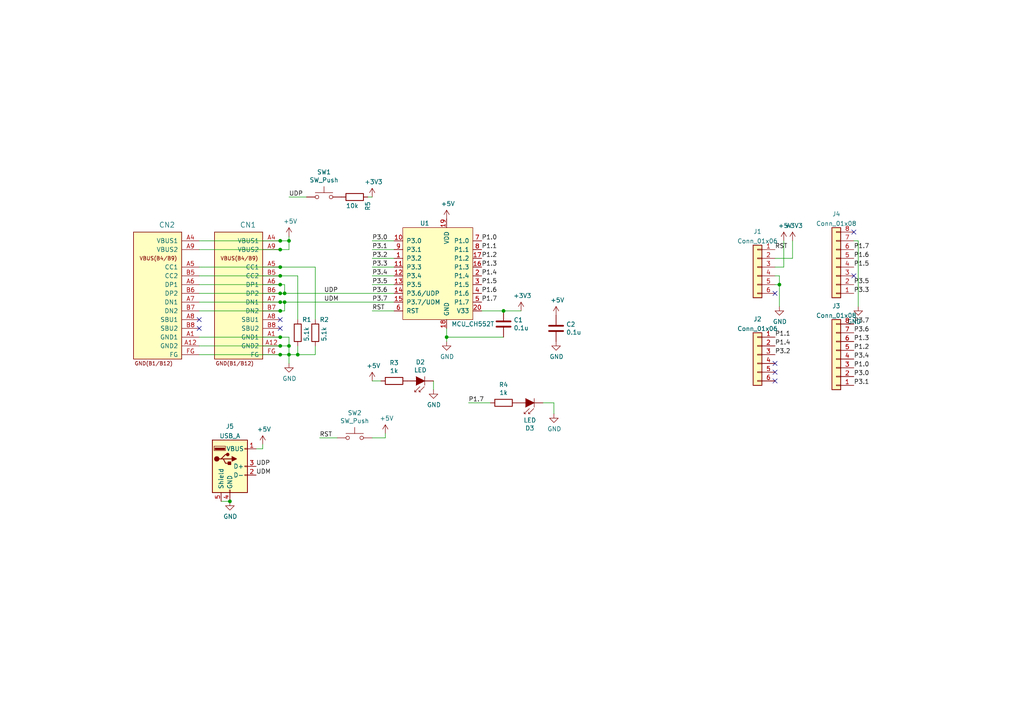
<source format=kicad_sch>
(kicad_sch (version 20211123) (generator eeschema)
  (paper "A4")
  (lib_symbols
    (symbol "Connector:USB_A" (pin_names (offset 1.016))
      (property "Reference" "J" (at -5.08 11.43 0))
      (property "Value" "USB_A" (at -5.08 8.89 0))
      (symbol "USB_A_0_1"
        (rectangle (start -5.08 -7.62) (end 5.08 7.62) (stroke (width 0.254)) (fill (type background)))
        (circle (center -3.81 2.159) (radius 0.635) (stroke (width 0.254)) (fill (type outline)))
        (rectangle (start -1.524 4.826) (end -4.318 5.334) (fill (type outline)))
        (rectangle (start -1.27 4.572) (end -4.572 5.842))
        (circle (center -0.635 3.429) (radius 0.381) (stroke (width 0.254)) (fill (type outline)))
        (rectangle (start -0.127 -7.62) (end 0.127 -6.858))
        (polyline (pts (xy -3.175 2.159) (xy -2.54 2.159) (xy -1.27 3.429) (xy -0.635 3.429)) (stroke (width 0.254)))
        (polyline (pts (xy -2.54 2.159) (xy -1.905 2.159) (xy -1.27 0.889) (xy 0 0.889)) (stroke (width 0.254)))
        (polyline (pts (xy 0.635 2.794) (xy 0.635 1.524) (xy 1.905 2.159) (xy 0.635 2.794)) (stroke (width 0.254)) (fill (type outline)))
        (rectangle (start 0.254 1.27) (end -0.508 0.508) (stroke (width 0.254)) (fill (type outline)))
        (rectangle (start 5.08 -2.667) (end 4.318 -2.413))
        (rectangle (start 5.08 -0.127) (end 4.318 0.127))
        (rectangle (start 5.08 4.953) (end 4.318 5.207))
      )
      (symbol "USB_A_1_1"
        (polyline (pts (xy -1.905 2.159) (xy 0.635 2.159)) (stroke (width 0.254)))
        (pin power_in line (at 7.62 5.08 180) (length 2.54) (name "VBUS") (number "1"))
        (pin bidirectional line (at 7.62 -2.54 180) (length 2.54) (name "D-") (number "2"))
        (pin bidirectional line (at 7.62 0 180) (length 2.54) (name "D+") (number "3"))
        (pin power_in line (at 0 -10.16 90) (length 2.54) (name "GND") (number "4"))
        (pin passive line (at -2.54 -10.16 90) (length 2.54) (name "Shield") (number "5"))
      )
    )
    (symbol "Connector_Generic:Conn_01x06" (pin_names (offset 1.016) hide)
      (property "Reference" "J" (at 0 7.62 0))
      (property "Value" "Conn_01x06" (at 0 -10.16 0))
      (symbol "Conn_01x06_1_1"
        (rectangle (start -1.27 -7.493) (end 0 -7.747) (stroke (width 0.1524)))
        (rectangle (start -1.27 -4.953) (end 0 -5.207) (stroke (width 0.1524)))
        (rectangle (start -1.27 -2.413) (end 0 -2.667) (stroke (width 0.1524)))
        (rectangle (start -1.27 0.127) (end 0 -0.127) (stroke (width 0.1524)))
        (rectangle (start -1.27 2.667) (end 0 2.413) (stroke (width 0.1524)))
        (rectangle (start -1.27 5.207) (end 0 4.953) (stroke (width 0.1524)))
        (rectangle (start -1.27 6.35) (end 1.27 -8.89) (stroke (width 0.254)) (fill (type background)))
        (pin passive line (at -5.08 5.08 0) (length 3.81) (name "Pin_1") (number "1"))
        (pin passive line (at -5.08 2.54 0) (length 3.81) (name "Pin_2") (number "2"))
        (pin passive line (at -5.08 0 0) (length 3.81) (name "Pin_3") (number "3"))
        (pin passive line (at -5.08 -2.54 0) (length 3.81) (name "Pin_4") (number "4"))
        (pin passive line (at -5.08 -5.08 0) (length 3.81) (name "Pin_5") (number "5"))
        (pin passive line (at -5.08 -7.62 0) (length 3.81) (name "Pin_6") (number "6"))
      )
    )
    (symbol "Connector_Generic:Conn_01x08" (pin_names (offset 1.016) hide)
      (property "Reference" "J" (at 0 10.16 0))
      (property "Value" "Conn_01x08" (at 0 -12.7 0))
      (symbol "Conn_01x08_1_1"
        (rectangle (start -1.27 -10.033) (end 0 -10.287) (stroke (width 0.1524)))
        (rectangle (start -1.27 -7.493) (end 0 -7.747) (stroke (width 0.1524)))
        (rectangle (start -1.27 -4.953) (end 0 -5.207) (stroke (width 0.1524)))
        (rectangle (start -1.27 -2.413) (end 0 -2.667) (stroke (width 0.1524)))
        (rectangle (start -1.27 0.127) (end 0 -0.127) (stroke (width 0.1524)))
        (rectangle (start -1.27 2.667) (end 0 2.413) (stroke (width 0.1524)))
        (rectangle (start -1.27 5.207) (end 0 4.953) (stroke (width 0.1524)))
        (rectangle (start -1.27 7.747) (end 0 7.493) (stroke (width 0.1524)))
        (rectangle (start -1.27 8.89) (end 1.27 -11.43) (stroke (width 0.254)) (fill (type background)))
        (pin passive line (at -5.08 7.62 0) (length 3.81) (name "Pin_1") (number "1"))
        (pin passive line (at -5.08 5.08 0) (length 3.81) (name "Pin_2") (number "2"))
        (pin passive line (at -5.08 2.54 0) (length 3.81) (name "Pin_3") (number "3"))
        (pin passive line (at -5.08 0 0) (length 3.81) (name "Pin_4") (number "4"))
        (pin passive line (at -5.08 -2.54 0) (length 3.81) (name "Pin_5") (number "5"))
        (pin passive line (at -5.08 -5.08 0) (length 3.81) (name "Pin_6") (number "6"))
        (pin passive line (at -5.08 -7.62 0) (length 3.81) (name "Pin_7") (number "7"))
        (pin passive line (at -5.08 -10.16 0) (length 3.81) (name "Pin_8") (number "8"))
      )
    )
    (symbol "Device:C" (pin_numbers hide) (pin_names (offset 0.254))
      (property "Reference" "C" (at 0.635 2.54 0))
      (property "Value" "C" (at 0.635 -2.54 0))
      (symbol "C_0_1"
        (polyline (pts (xy -2.032 -0.762) (xy 2.032 -0.762)) (stroke (width 0.508)))
        (polyline (pts (xy -2.032 0.762) (xy 2.032 0.762)) (stroke (width 0.508)))
      )
      (symbol "C_1_1"
        (pin passive line (at 0 3.81 270) (length 2.794) (name "~") (number "1"))
        (pin passive line (at 0 -3.81 90) (length 2.794) (name "~") (number "2"))
      )
    )
    (symbol "Device:R" (pin_numbers hide) (pin_names (offset 0))
      (property "Reference" "R" (at 2.032 0 90))
      (property "Value" "R" (at 0 0 90))
      (symbol "R_0_1"
        (rectangle (start -1.016 -2.54) (end 1.016 2.54) (stroke (width 0.254)))
      )
      (symbol "R_1_1"
        (pin passive line (at 0 3.81 270) (length 1.27) (name "~") (number "1"))
        (pin passive line (at 0 -3.81 90) (length 1.27) (name "~") (number "2"))
      )
    )
    (symbol "Switch:SW_Push" (pin_numbers hide) (pin_names (offset 1.016) hide)
      (property "Reference" "SW" (at 1.27 2.54 0))
      (property "Value" "SW_Push" (at 0 -1.524 0))
      (symbol "SW_Push_0_1"
        (circle (center -2.032 0) (radius 0.508))
        (polyline (pts (xy 0 1.27) (xy 0 3.048)))
        (polyline (pts (xy 2.54 1.27) (xy -2.54 1.27)))
        (circle (center 2.032 0) (radius 0.508))
        (pin passive line (at -5.08 0 0) (length 2.54) (name "1") (number "1"))
        (pin passive line (at 5.08 0 180) (length 2.54) (name "2") (number "2"))
      )
    )
    (symbol "akita:CON_USB-C-16" (pin_names (offset 1.016))
      (property "Reference" "CN" (at -7.62 20.32 0))
      (symbol "CON_USB-C-16_1_0"
        (text "GND(B1/B12)" (at -5.08 -17.78 0) (effects (font (size 1.0668 1.0668)) (justify left)))
        (text "VBUS(B4/B9)" (at -6.35 12.7 0) (effects (font (size 1.0668 1.0668)) (justify left)))
        (pin bidirectional line (at -12.7 -10.16 0) (length 5.08) (name "GND1") (number "A1"))
        (pin bidirectional line (at -12.7 -12.7 0) (length 5.08) (name "GND2") (number "A12"))
        (pin bidirectional line (at -12.7 17.78 0) (length 5.08) (name "VBUS1") (number "A4"))
        (pin bidirectional line (at -12.7 10.16 0) (length 5.08) (name "CC1") (number "A5"))
        (pin bidirectional line (at -12.7 5.08 0) (length 5.08) (name "DP1") (number "A6"))
        (pin bidirectional line (at -12.7 0 0) (length 5.08) (name "DN1") (number "A7"))
        (pin bidirectional line (at -12.7 -5.08 0) (length 5.08) (name "SBU1") (number "A8"))
        (pin bidirectional line (at -12.7 15.24 0) (length 5.08) (name "VBUS2") (number "A9"))
        (pin bidirectional line (at -12.7 7.62 0) (length 5.08) (name "CC2") (number "B5"))
        (pin bidirectional line (at -12.7 2.54 0) (length 5.08) (name "DP2") (number "B6"))
        (pin bidirectional line (at -12.7 -2.54 0) (length 5.08) (name "DN2") (number "B7"))
        (pin bidirectional line (at -12.7 -7.62 0) (length 5.08) (name "SBU2") (number "B8"))
      )
      (symbol "CON_USB-C-16_1_1"
        (rectangle (start -7.62 20.32) (end 6.35 -16.51) (stroke (width 0.2032)) (fill (type background)))
        (pin power_in line (at -12.7 -15.24 0) (length 5.08) (name "FG") (number "FG"))
      )
    )
    (symbol "akita:LED" (pin_numbers hide) (pin_names (offset 1.016) hide)
      (property "Reference" "D" (at 0.508 1.778 0))
      (property "Value" "LED" (at -1.016 -2.794 0))
      (symbol "LED_0_1"
        (polyline (pts (xy -2.54 1.27) (xy -2.54 -1.27)) (stroke (width 0.1524)))
        (polyline (pts (xy 0.381 3.175) (xy -0.127 3.175)))
        (polyline (pts (xy -1.143 1.651) (xy 0.381 3.175) (xy 0.381 2.667)))
        (polyline (pts (xy 0 1.27) (xy -2.54 0) (xy 0 -1.27)) (fill (type outline)))
        (polyline (pts (xy -2.413 1.651) (xy -0.889 3.175) (xy -0.889 2.667) (xy -0.889 3.175) (xy -1.397 3.175)))
      )
      (symbol "LED_1_1"
        (pin passive line (at -5.08 0 0) (length 2.54) (name "K") (number "1"))
        (pin passive line (at 2.54 0 180) (length 2.54) (name "A") (number "2"))
      )
    )
    (symbol "akita:MCU_CH552T" (pin_names (offset 1.016))
      (property "Reference" "U" (at 13.97 -2.54 0))
      (property "Value" "MCU_CH552T" (at 10.16 -13.97 0))
      (symbol "MCU_CH552T_0_1"
        (rectangle (start -10.16 13.97) (end 10.16 -12.7) (fill (type background)))
      )
      (symbol "MCU_CH552T_1_1"
        (pin input line (at -12.7 5.08 0) (length 2.54) (name "P3.2") (number "1"))
        (pin input line (at -12.7 10.16 0) (length 2.54) (name "P3.0") (number "10"))
        (pin input line (at -12.7 2.54 0) (length 2.54) (name "P3.3") (number "11"))
        (pin input line (at -12.7 0 0) (length 2.54) (name "P3.4") (number "12"))
        (pin input line (at -12.7 -2.54 0) (length 2.54) (name "P3.5") (number "13"))
        (pin input line (at -12.7 -5.08 0) (length 2.54) (name "P3.6/UDP") (number "14"))
        (pin input line (at -12.7 -7.62 0) (length 2.54) (name "P3.7/UDM") (number "15"))
        (pin input line (at 12.7 2.54 180) (length 2.54) (name "P1.3") (number "16"))
        (pin input line (at 12.7 5.08 180) (length 2.54) (name "P1.2") (number "17"))
        (pin power_in line (at 2.54 -15.24 90) (length 2.54) (name "GND") (number "18"))
        (pin power_in line (at 2.54 16.51 270) (length 2.54) (name "VDD") (number "19"))
        (pin bidirectional line (at 12.7 0 180) (length 2.54) (name "P1.4") (number "2"))
        (pin power_out line (at 12.7 -10.16 180) (length 2.54) (name "V33") (number "20"))
        (pin bidirectional line (at 12.7 -2.54 180) (length 2.54) (name "P1.5") (number "3"))
        (pin bidirectional line (at 12.7 -5.08 180) (length 2.54) (name "P1.6") (number "4"))
        (pin bidirectional line (at 12.7 -7.62 180) (length 2.54) (name "P1.7") (number "5"))
        (pin input line (at -12.7 -10.16 0) (length 2.54) (name "RST") (number "6"))
        (pin input line (at 12.7 10.16 180) (length 2.54) (name "P1.0") (number "7"))
        (pin input line (at 12.7 7.62 180) (length 2.54) (name "P1.1") (number "8"))
        (pin input line (at -12.7 7.62 0) (length 2.54) (name "P3.1") (number "9"))
      )
    )
    (symbol "power:+3V3" (power) (pin_names (offset 0))
      (property "Value" "+3V3" (at 0 3.556 0))
      (symbol "+3V3_0_1"
        (polyline (pts (xy -0.762 1.27) (xy 0 2.54)))
        (polyline (pts (xy 0 0) (xy 0 2.54)))
        (polyline (pts (xy 0 2.54) (xy 0.762 1.27)))
      )
      (symbol "+3V3_1_1"
        (pin power_in line (at 0 0 90) (length 0) hide (name "+3V3") (number "1"))
      )
    )
    (symbol "power:+5V" (power) (pin_names (offset 0))
      (property "Value" "+5V" (at 0 3.556 0))
      (symbol "+5V_0_1"
        (polyline (pts (xy -0.762 1.27) (xy 0 2.54)))
        (polyline (pts (xy 0 0) (xy 0 2.54)))
        (polyline (pts (xy 0 2.54) (xy 0.762 1.27)))
      )
      (symbol "+5V_1_1"
        (pin power_in line (at 0 0 90) (length 0) hide (name "+5V") (number "1"))
      )
    )
    (symbol "power:GND" (power) (pin_names (offset 0))
      (property "Value" "GND" (at 0 -3.81 0))
      (symbol "GND_0_1"
        (polyline (pts (xy 0 0) (xy 0 -1.27) (xy 1.27 -1.27) (xy 0 -2.54) (xy -1.27 -1.27) (xy 0 -1.27)))
      )
      (symbol "GND_1_1"
        (pin power_in line (at 0 0 270) (length 0) hide (name "GND") (number "1"))
      )
    )
  )
  (junction (at 81.28 102.87))
  (junction (at 81.28 82.55))
  (junction (at 82.55 85.09))
  (junction (at 81.28 97.79))
  (junction (at 81.28 85.09))
  (junction (at 81.28 77.47))
  (junction (at 226.06 82.55))
  (junction (at 83.82 69.85))
  (junction (at 82.55 87.63))
  (junction (at 81.28 69.85))
  (junction (at 81.28 100.33))
  (junction (at 83.82 100.33))
  (junction (at 81.28 72.39))
  (junction (at 81.28 87.63))
  (junction (at 146.05 90.17))
  (junction (at 86.36 102.87))
  (junction (at 129.54 97.79))
  (junction (at 81.28 80.01))
  (junction (at 83.82 102.87))
  (junction (at 66.675 145.415))
  (junction (at 81.28 90.17))
  (no_connect (at 224.79 105.41))
  (no_connect (at 57.785 95.25))
  (no_connect (at 81.28 92.71))
  (no_connect (at 224.79 85.09))
  (no_connect (at 247.65 67.31))
  (no_connect (at 224.79 110.49))
  (no_connect (at 57.785 92.71))
  (no_connect (at 81.28 95.25))
  (no_connect (at 247.65 80.01))
  (no_connect (at 224.79 107.95))
  (wire (pts (xy 86.36 102.87) (xy 86.36 100.33)))
  (wire (pts (xy 224.79 82.55) (xy 226.06 82.55)))
  (wire (pts (xy 146.05 97.79) (xy 129.54 97.79)))
  (wire (pts (xy 81.28 85.09) (xy 82.55 85.09)))
  (wire (pts (xy 83.82 100.33) (xy 83.82 102.87)))
  (wire (pts (xy 125.73 113.03) (xy 125.73 110.49)))
  (wire (pts (xy 110.49 110.49) (xy 107.95 110.49)))
  (wire (pts (xy 81.28 72.39) (xy 83.82 72.39)))
  (wire (pts (xy 57.785 85.09) (xy 81.28 85.09)))
  (wire (pts (xy 86.36 80.01) (xy 86.36 92.71)))
  (wire (pts (xy 139.7 90.17) (xy 146.05 90.17)))
  (wire (pts (xy 83.82 102.87) (xy 86.36 102.87)))
  (wire (pts (xy 82.55 85.09) (xy 114.3 85.09)))
  (wire (pts (xy 227.33 77.47) (xy 227.33 69.85)))
  (wire (pts (xy 81.28 90.17) (xy 82.55 90.17)))
  (wire (pts (xy 57.785 77.47) (xy 81.28 77.47)))
  (wire (pts (xy 81.28 97.79) (xy 83.82 97.79)))
  (wire (pts (xy 224.79 77.47) (xy 227.33 77.47)))
  (wire (pts (xy 57.785 69.85) (xy 81.28 69.85)))
  (wire (pts (xy 114.3 74.93) (xy 107.95 74.93)))
  (wire (pts (xy 81.28 77.47) (xy 91.44 77.47)))
  (wire (pts (xy 81.28 102.87) (xy 83.82 102.87)))
  (wire (pts (xy 160.655 116.84) (xy 160.655 120.015)))
  (wire (pts (xy 248.92 69.85) (xy 248.92 88.9)))
  (wire (pts (xy 81.28 100.33) (xy 83.82 100.33)))
  (wire (pts (xy 226.06 80.01) (xy 226.06 82.55)))
  (wire (pts (xy 92.71 127) (xy 97.79 127)))
  (wire (pts (xy 247.65 69.85) (xy 248.92 69.85)))
  (wire (pts (xy 129.54 97.79) (xy 129.54 95.25)))
  (wire (pts (xy 82.55 87.63) (xy 114.3 87.63)))
  (wire (pts (xy 81.28 80.01) (xy 86.36 80.01)))
  (wire (pts (xy 83.82 97.79) (xy 83.82 100.33)))
  (wire (pts (xy 83.82 72.39) (xy 83.82 69.85)))
  (wire (pts (xy 57.785 102.87) (xy 81.28 102.87)))
  (wire (pts (xy 229.87 74.93) (xy 229.87 69.85)))
  (wire (pts (xy 64.135 145.415) (xy 66.675 145.415)))
  (wire (pts (xy 83.82 68.58) (xy 83.82 69.85)))
  (wire (pts (xy 157.48 116.84) (xy 160.655 116.84)))
  (wire (pts (xy 224.79 74.93) (xy 229.87 74.93)))
  (wire (pts (xy 114.3 72.39) (xy 107.95 72.39)))
  (wire (pts (xy 82.55 90.17) (xy 82.55 87.63)))
  (wire (pts (xy 107.95 90.17) (xy 114.3 90.17)))
  (wire (pts (xy 91.44 102.87) (xy 91.44 100.33)))
  (wire (pts (xy 57.785 100.33) (xy 81.28 100.33)))
  (wire (pts (xy 142.24 116.84) (xy 135.89 116.84)))
  (wire (pts (xy 82.55 82.55) (xy 82.55 85.09)))
  (wire (pts (xy 224.79 80.01) (xy 226.06 80.01)))
  (wire (pts (xy 114.3 82.55) (xy 107.95 82.55)))
  (wire (pts (xy 81.28 87.63) (xy 82.55 87.63)))
  (wire (pts (xy 57.785 82.55) (xy 81.28 82.55)))
  (wire (pts (xy 81.28 82.55) (xy 82.55 82.55)))
  (wire (pts (xy 88.9 57.15) (xy 83.82 57.15)))
  (wire (pts (xy 57.785 72.39) (xy 81.28 72.39)))
  (wire (pts (xy 111.76 127) (xy 111.76 125.73)))
  (wire (pts (xy 226.06 82.55) (xy 226.06 88.9)))
  (wire (pts (xy 57.785 87.63) (xy 81.28 87.63)))
  (wire (pts (xy 129.54 99.06) (xy 129.54 97.79)))
  (wire (pts (xy 91.44 77.47) (xy 91.44 92.71)))
  (wire (pts (xy 114.3 69.85) (xy 107.95 69.85)))
  (wire (pts (xy 74.295 130.175) (xy 76.2 130.175)))
  (wire (pts (xy 114.3 80.01) (xy 107.95 80.01)))
  (wire (pts (xy 76.2 130.175) (xy 76.2 128.905)))
  (wire (pts (xy 81.28 69.85) (xy 83.82 69.85)))
  (wire (pts (xy 146.05 90.17) (xy 151.13 90.17)))
  (wire (pts (xy 114.3 77.47) (xy 107.95 77.47)))
  (wire (pts (xy 57.785 80.01) (xy 81.28 80.01)))
  (wire (pts (xy 106.68 57.15) (xy 107.95 57.15)))
  (wire (pts (xy 107.95 127) (xy 111.76 127)))
  (wire (pts (xy 57.785 97.79) (xy 81.28 97.79)))
  (wire (pts (xy 86.36 102.87) (xy 91.44 102.87)))
  (wire (pts (xy 57.785 90.17) (xy 81.28 90.17)))
  (wire (pts (xy 83.82 102.87) (xy 83.82 105.41)))
  (label "RST" (at 224.79 72.39 0))
  (label "P3.3" (at 107.95 77.47 0))
  (label "P1.1" (at 224.79 97.79 0))
  (label "RST" (at 107.95 90.17 0))
  (label "UDP" (at 83.82 57.15 0))
  (label "P3.5" (at 107.95 82.55 0))
  (label "P1.7" (at 247.65 72.39 0))
  (label "P1.7" (at 135.89 116.84 0))
  (label "P1.6" (at 139.7 85.09 0))
  (label "P3.4" (at 107.95 80.01 0))
  (label "P1.5" (at 139.7 82.55 0))
  (label "P3.7" (at 107.95 87.63 0))
  (label "P1.2" (at 247.65 101.6 0))
  (label "P1.3" (at 247.65 99.06 0))
  (label "P3.1" (at 107.95 72.39 0))
  (label "P3.0" (at 247.65 109.22 0))
  (label "P3.2" (at 107.95 74.93 0))
  (label "P1.0" (at 247.65 106.68 0))
  (label "P3.5" (at 247.65 82.55 0))
  (label "UDM" (at 74.295 137.795 0))
  (label "P1.2" (at 139.7 74.93 0))
  (label "P3.1" (at 247.65 111.76 0))
  (label "P3.7" (at 247.65 93.98 0))
  (label "RST" (at 92.71 127 0))
  (label "P3.6" (at 107.95 85.09 0))
  (label "UDP" (at 93.98 85.09 0))
  (label "P3.2" (at 224.79 102.87 0))
  (label "UDM" (at 93.98 87.63 0))
  (label "P1.3" (at 139.7 77.47 0))
  (label "P3.4" (at 247.65 104.14 0))
  (label "P1.4" (at 139.7 80.01 0))
  (label "P3.3" (at 247.65 85.09 0))
  (label "P3.0" (at 107.95 69.85 0))
  (label "P1.7" (at 139.7 87.63 0))
  (label "P1.1" (at 139.7 72.39 0))
  (label "P1.4" (at 224.79 100.33 0))
  (label "P1.6" (at 247.65 74.93 0))
  (label "P1.0" (at 139.7 69.85 0))
  (label "P1.5" (at 247.65 77.47 0))
  (label "UDP" (at 74.295 135.255 0))
  (label "P3.6" (at 247.65 96.52 0))
  (symbol (lib_id "akita:MCU_CH552T") (at 127 80.01 0) (unit 1)
    (property "Reference" "U1" (at 123.19 64.77 0))
    (property "Value" "MCU_CH552T" (at 137.16 93.98 0))
    (property "Footprint" "Package_SO:TSSOP-20_4.4x6.5mm_P0.65mm" (effects hide))
  )
  (symbol (lib_id "power:+5V") (at 129.54 63.5 0) (unit 1)
    (property "Reference" "#PWR05" (effects hide))
    (property "Value" "+5V" (at 129.921 59.1058 0))
  )
  (symbol (lib_id "power:GND") (at 129.54 99.06 0) (unit 1)
    (property "Reference" "#PWR06" (effects hide))
    (property "Value" "GND" (at 129.667 103.4542 0))
  )
  (symbol (lib_id "power:+3V3") (at 151.13 90.17 0) (unit 1)
    (property "Reference" "#PWR07" (effects hide))
    (property "Value" "+3V3" (at 151.511 85.7758 0))
  )
  (symbol (lib_id "akita:CON_USB-C-16") (at 68.58 87.63 0) (mirror y) (unit 1)
    (property "Reference" "CN1" (at 71.9328 65.2272 0) (effects (font (size 1.4986 1.4986))))
    (property "Value" "CON_USB-C-16" (effects hide))
    (property "Footprint" "akita:USB-C_16P_TH" (effects hide))
  )
  (symbol (lib_id "Device:R") (at 86.36 96.52 0) (unit 1)
    (property "Reference" "R1" (at 87.63 92.71 0) (effects (justify left)))
    (property "Value" "5.1k" (at 88.9 99.06 90) (effects (justify left)))
    (property "Footprint" "Resistor_SMD:R_0603_1608Metric" (effects hide))
  )
  (symbol (lib_id "Device:C") (at 146.05 93.98 0) (unit 1)
    (property "Reference" "C1" (at 148.971 92.8116 0) (effects (justify left)))
    (property "Value" "0.1u" (at 148.971 95.123 0) (effects (justify left)))
    (property "Footprint" "Capacitor_SMD:C_0603_1608Metric" (effects hide))
  )
  (symbol (lib_id "Device:R") (at 91.44 96.52 0) (unit 1)
    (property "Reference" "R2" (at 92.71 92.71 0) (effects (justify left)))
    (property "Value" "5.1k" (at 93.98 99.06 90) (effects (justify left)))
    (property "Footprint" "Resistor_SMD:R_0603_1608Metric" (effects hide))
  )
  (symbol (lib_id "power:+5V") (at 83.82 68.58 0) (unit 1)
    (property "Reference" "#PWR02" (effects hide))
    (property "Value" "+5V" (at 84.201 64.1858 0))
  )
  (symbol (lib_id "power:GND") (at 83.82 105.41 0) (unit 1)
    (property "Reference" "#PWR01" (effects hide))
    (property "Value" "GND" (at 83.947 109.8042 0))
  )
  (symbol (lib_id "power:GND") (at 161.29 99.06 0) (unit 1)
    (property "Reference" "#PWR09" (effects hide))
    (property "Value" "GND" (at 161.417 103.4542 0))
  )
  (symbol (lib_id "Device:C") (at 161.29 95.25 0) (unit 1)
    (property "Reference" "C2" (at 164.211 94.0816 0) (effects (justify left)))
    (property "Value" "0.1u" (at 164.211 96.393 0) (effects (justify left)))
    (property "Footprint" "Capacitor_SMD:C_0603_1608Metric" (effects hide))
  )
  (symbol (lib_id "power:+5V") (at 161.29 91.44 0) (unit 1)
    (property "Reference" "#PWR08" (effects hide))
    (property "Value" "+5V" (at 161.671 87.0458 0))
  )
  (symbol (lib_id "power:+5V") (at 227.33 69.85 0) (unit 1)
    (property "Reference" "#PWR011" (effects hide))
    (property "Value" "+5V" (at 227.711 65.4558 0))
  )
  (symbol (lib_id "power:GND") (at 226.06 88.9 0) (unit 1)
    (property "Reference" "#PWR012" (effects hide))
    (property "Value" "GND" (at 226.187 93.2942 0))
  )
  (symbol (lib_id "akita:LED") (at 120.65 110.49 180) (unit 1)
    (property "Reference" "D2" (at 121.92 105.029 0))
    (property "Value" "LED" (at 121.92 107.3404 0))
    (property "Footprint" "LED_SMD:LED_0603_1608Metric" (effects hide))
    (property "Datasheet" "http://www.osram-os.com/Graphics/XPic6/00029609_0.pdf/SFh%20460.pdf" (effects hide))
  )
  (symbol (lib_id "power:+5V") (at 107.95 110.49 0) (unit 1)
    (property "Reference" "#PWR03" (effects hide))
    (property "Value" "+5V" (at 108.331 106.0958 0))
  )
  (symbol (lib_id "Device:R") (at 114.3 110.49 270) (unit 1)
    (property "Reference" "R3" (at 114.3 105.2322 90))
    (property "Value" "1k" (at 114.3 107.5436 90))
    (property "Footprint" "Resistor_SMD:R_0603_1608Metric" (effects hide))
  )
  (symbol (lib_id "power:GND") (at 125.73 113.03 0) (unit 1)
    (property "Reference" "#PWR04" (effects hide))
    (property "Value" "GND" (at 125.857 117.4242 0))
  )
  (symbol (lib_id "akita:LED") (at 152.4 116.84 180) (unit 1)
    (property "Reference" "D3" (at 153.67 124.206 0))
    (property "Value" "LED" (at 153.67 121.8946 0))
    (property "Footprint" "LED_SMD:LED_0603_1608Metric" (effects hide))
    (property "Datasheet" "http://www.osram-os.com/Graphics/XPic6/00029609_0.pdf/SFh%20460.pdf" (effects hide))
  )
  (symbol (lib_id "Device:R") (at 146.05 116.84 270) (unit 1)
    (property "Reference" "R4" (at 146.05 111.5822 90))
    (property "Value" "1k" (at 146.05 113.8936 90))
    (property "Footprint" "Resistor_SMD:R_0603_1608Metric" (effects hide))
  )
  (symbol (lib_id "power:GND") (at 160.655 120.015 0) (unit 1)
    (property "Reference" "#PWR0101" (effects hide))
    (property "Value" "GND" (at 160.782 124.4092 0))
  )
  (symbol (lib_id "Switch:SW_Push") (at 93.98 57.15 0) (unit 1)
    (property "Reference" "SW1" (at 93.98 49.911 0))
    (property "Value" "SW_Push" (at 93.98 52.2224 0))
    (property "Footprint" "Button_Switch_SMD:SW_Push_SPST_NO_Alps_SKRK" (effects hide))
  )
  (symbol (lib_id "Device:R") (at 102.87 57.15 270) (unit 1)
    (property "Reference" "R5" (at 106.68 58.42 0) (effects (justify left)))
    (property "Value" "10k" (at 100.33 59.69 90) (effects (justify left)))
    (property "Footprint" "Resistor_SMD:R_0603_1608Metric" (effects hide))
  )
  (symbol (lib_id "power:+3V3") (at 107.95 57.15 0) (unit 1)
    (property "Reference" "#PWR0103" (effects hide))
    (property "Value" "+3V3" (at 108.331 52.7558 0))
  )
  (symbol (lib_id "Connector_Generic:Conn_01x06") (at 219.71 77.47 0) (mirror y) (unit 1)
    (property "Reference" "J1" (at 219.71 67.1535 0))
    (property "Value" "Conn_01x06" (at 219.71 69.9286 0))
    (property "Footprint" "Connector_PinSocket_2.54mm:PinSocket_1x06_P2.54mm_Vertical" (effects hide))
  )
  (symbol (lib_id "power:GND") (at 248.92 88.9 0) (unit 1)
    (property "Reference" "#PWR0105" (effects hide))
    (property "Value" "GND" (at 247.777 93.2942 0))
  )
  (symbol (lib_id "Connector_Generic:Conn_01x06") (at 219.71 102.87 0) (mirror y) (unit 1)
    (property "Reference" "J2" (at 219.71 92.5535 0))
    (property "Value" "Conn_01x06" (at 219.71 95.3286 0))
    (property "Footprint" "Connector_PinSocket_2.54mm:PinSocket_1x06_P2.54mm_Vertical" (effects hide))
  )
  (symbol (lib_id "Switch:SW_Push") (at 102.87 127 0) (unit 1)
    (property "Reference" "SW2" (at 102.87 119.761 0))
    (property "Value" "SW_Push" (at 102.87 122.0724 0))
    (property "Footprint" "Button_Switch_SMD:SW_Push_SPST_NO_Alps_SKRK" (effects hide))
  )
  (symbol (lib_id "power:+5V") (at 111.76 125.73 0) (unit 1)
    (property "Reference" "#PWR0102" (effects hide))
    (property "Value" "+5V" (at 112.141 121.3358 0))
  )
  (symbol (lib_id "Connector_Generic:Conn_01x08") (at 242.57 77.47 180) (unit 1)
    (property "Reference" "J4" (at 242.57 62.0735 0))
    (property "Value" "Conn_01x08" (at 242.57 64.8486 0))
    (property "Footprint" "Connector_PinSocket_2.54mm:PinSocket_1x08_P2.54mm_Vertical" (effects hide))
  )
  (symbol (lib_id "akita:CON_USB-C-16") (at 45.085 87.63 0) (mirror y) (unit 1)
    (property "Reference" "CN2" (at 48.4378 65.2272 0) (effects (font (size 1.4986 1.4986))))
    (property "Value" "CON_USB-C-16" (effects hide))
    (property "Footprint" "akita:USB-C_PCBPLUG" (effects hide))
  )
  (symbol (lib_id "Connector_Generic:Conn_01x08") (at 242.57 104.14 180) (unit 1)
    (property "Reference" "J3" (at 242.57 88.7435 0))
    (property "Value" "Conn_01x08" (at 242.57 91.5186 0))
    (property "Footprint" "Connector_PinSocket_2.54mm:PinSocket_1x08_P2.54mm_Vertical" (effects hide))
  )
  (symbol (lib_id "power:+5V") (at 76.2 128.905 0) (unit 1)
    (property "Reference" "#PWR0106" (effects hide))
    (property "Value" "+5V" (at 76.581 124.5108 0))
  )
  (symbol (lib_id "Connector:USB_A") (at 66.675 135.255 0) (unit 1)
    (property "Reference" "J5" (at 66.675 123.6685 0))
    (property "Value" "USB_A" (at 66.675 126.4436 0))
    (property "Footprint" "akita:USB-A-PCB" (effects hide))
    (property "Datasheet" " ~" (effects hide))
  )
  (symbol (lib_id "power:GND") (at 66.675 145.415 0) (unit 1)
    (property "Reference" "#PWR0107" (effects hide))
    (property "Value" "GND" (at 66.802 149.8092 0))
  )
  (symbol (lib_id "power:+3V3") (at 229.87 69.85 0) (unit 1)
    (property "Reference" "#PWR0104" (effects hide))
    (property "Value" "+3V3" (at 230.251 65.4558 0))
  )
)
</source>
